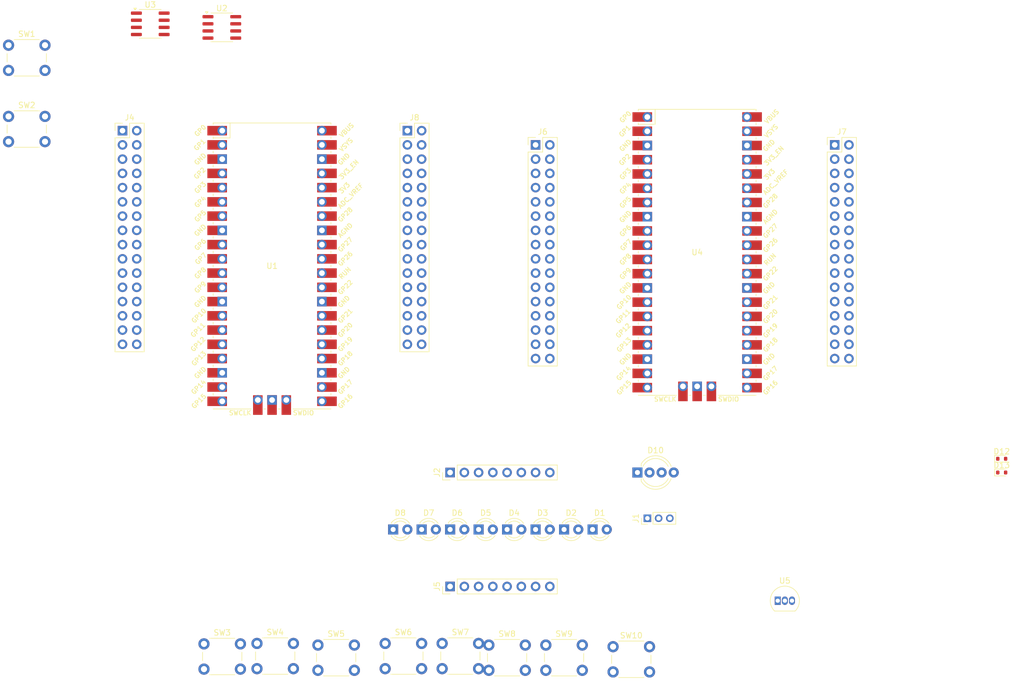
<source format=kicad_pcb>
(kicad_pcb (version 20240108) (generator "pcbnew") (generator_version "8.0")
  (layers (0 "F.Cu" signal) (31 "B.Cu" signal) (34 "B.Paste" user) (35 "F.Paste" user) (36 "B.SilkS" user "B.Silkscreen") (37 "F.SilkS" user "F.Silkscreen") (38 "B.Mask" user) (39 "F.Mask" user) (44 "Edge.Cuts" user))
  (net 0 "")
  (net 1 "/a1")
  (net 2 "/a4")
  (net 3 "/a16")
  (net 4 "/a5")
  (net 5 "/a11")
  (net 6 "/a7")
  (net 7 "/a14")
  (net 8 "/a2")
  (net 9 "/a8")
  (net 10 "/a3")
  (net 11 "/a6")
  (net 12 "/a10")
  (net 13 "/a12")
  (net 14 "/a13")
  (net 15 "/a15")
  (net 16 "/a9")
  (net 17 "/c4")
  (net 18 "/c3")
  (net 19 "/c12")
  (net 20 "/c10")
  (net 21 "/c16")
  (net 22 "/c6")
  (net 23 "/c14")
  (net 24 "/c13")
  (net 25 "/c8")
  (net 26 "/c11")
  (net 27 "/c2")
  (net 28 "/c15")
  (net 29 "/c1")
  (net 30 "/c7")
  (net 31 "/c9")
  (net 32 "/b11")
  (net 33 "/c5")
  (net 34 "/b6")
  (net 38 "GND")
  (net 39 "Net-(U1-RUN)")
  (net 40 "Net-(U4-RUN)")
  (net 41 "/b14")
  (net 42 "/b13")
  (net 43 "/b2")
  (net 44 "/b7")
  (net 45 "/b8")
  (net 46 "/b15")
  (net 47 "/b1")
  (net 48 "+3.3V")
  (net 49 "/b3")
  (net 50 "/b9")
  (net 51 "/b5")
  (net 52 "/b10")
  (net 53 "/b4")
  (net 54 "/b12")
  (net 55 "Net-(U2-SCL)")
  (net 57 "Net-(U2-SDA)")
  (net 58 "/d3")
  (net 59 "/d13")
  (net 60 "/d5")
  (net 61 "/d1")
  (net 62 "/d7")
  (net 63 "/d14")
  (net 64 "/d11")
  (net 65 "/d8")
  (net 67 "/d10")
  (net 68 "/d15")
  (net 69 "/d2")
  (net 70 "/d4")
  (net 71 "/d12")
  (net 72 "/d9")
  (net 73 "/d6")
  (net 75 "Net-(J9-Pin_1)")
  (net 76 "/SDA")
  (net 77 "Net-(U3-OSCI)")
  (net 78 "/SCL")
  (net 79 "Net-(U3-OSCO)")
  (net 81 "Net-(J9-Pin_2)")
  (net 82 "Net-(J3-Pin_2)")
  (net 83 "Net-(D1-K)")
  (net 84 "Net-(D1-A)")
  (net 85 "Net-(D2-K)")
  (net 86 "Net-(D2-A)")
  (net 87 "Net-(D3-A)")
  (net 88 "Net-(D3-K)")
  (net 89 "Net-(D4-A)")
  (net 90 "Net-(D4-K)")
  (net 91 "Net-(D5-K)")
  (net 92 "Net-(D5-A)")
  (net 93 "Net-(D6-A)")
  (net 94 "Net-(D6-K)")
  (net 95 "Net-(D7-A)")
  (net 96 "Net-(D7-K)")
  (net 97 "Net-(D8-K)")
  (net 98 "Net-(D8-A)")
  (net 99 "Net-(D10-K)")
  (net 100 "Net-(J1-Pin_3)")
  (net 101 "Net-(J1-Pin_2)")
  (net 102 "Net-(J1-Pin_1)")
  (net 103 "Net-(J5-Pin_7)")
  (net 104 "Net-(J5-Pin_6)")
  (net 105 "Net-(J5-Pin_1)")
  (net 106 "Net-(J5-Pin_2)")
  (net 107 "Net-(J5-Pin_5)")
  (net 108 "Net-(J5-Pin_4)")
  (net 109 "Net-(J5-Pin_3)")
  (net 110 "Net-(J5-Pin_8)")
  (net 111 "Net-(D12-K)")
  (footprint "Connector_PinHeader_2.54mm:PinHeader_1x08_P2.54mm_Vertical" (layer "F.Cu") (at 93.98 99.06 90)
    (property "Reference" "J2" (at 0 -2.33 -90) (layer "F.SilkS"))
    (property "Value" "Conn_01x08")
    (pad "1" thru_hole rect (at 0 0 90) (size 1.7 1.7) (drill 1) (layers "*.Cu" "*.Mask") (net 97 "Net-(D8-K)"))
    (pad "2" thru_hole oval (at 0 2.54 90) (size 1.7 1.7) (drill 1) (layers "*.Cu" "*.Mask") (net 96 "Net-(D7-K)"))
    (pad "3" thru_hole oval (at 0 5.08 90) (size 1.7 1.7) (drill 1) (layers "*.Cu" "*.Mask") (net 94 "Net-(D6-K)"))
    (pad "4" thru_hole oval (at 0 7.62 90) (size 1.7 1.7) (drill 1) (layers "*.Cu" "*.Mask") (net 91 "Net-(D5-K)"))
    (pad "5" thru_hole oval (at 0 10.16 90) (size 1.7 1.7) (drill 1) (layers "*.Cu" "*.Mask") (net 90 "Net-(D4-K)"))
    (pad "6" thru_hole oval (at 0 12.7 90) (size 1.7 1.7) (drill 1) (layers "*.Cu" "*.Mask") (net 88 "Net-(D3-K)"))
    (pad "7" thru_hole oval (at 0 15.24 90) (size 1.7 1.7) (drill 1) (layers "*.Cu" "*.Mask") (net 85 "Net-(D2-K)"))
    (pad "8" thru_hole oval (at 0 17.78 90) (size 1.7 1.7) (drill 1) (layers "*.Cu" "*.Mask") (net 83 "Net-(D1-K)"))
  )
  (footprint "LED_THT:LED_D3.0mm_FlatTop" (layer "F.Cu") (at 99.06 109.22)
    (property "Reference" "D5" (at 1.27 -2.96 0) (layer "F.SilkS"))
    (property "Value" "red")
    (pad "1" thru_hole rect (at 0 0) (size 1.8 1.8) (drill 0.9) (layers "*.Cu" "*.Mask") (net 91 "Net-(D5-K)"))
    (pad "2" thru_hole circle (at 2.54 0) (size 1.8 1.8) (drill 0.9) (layers "*.Cu" "*.Mask") (net 92 "Net-(D5-A)"))
  )
  (footprint "Connector_PinHeader_2.00mm:PinHeader_1x03_P2.00mm_Vertical" (layer "F.Cu") (at 129.159 107.22 90)
    (property "Reference" "J1" (at 0 -2.06 -90) (layer "F.SilkS"))
    (property "Value" "Conn_01x03")
    (pad "1" thru_hole rect (at 0 0 90) (size 1.35 1.35) (drill 0.8) (layers "*.Cu" "*.Mask") (net 102 "Net-(J1-Pin_1)"))
    (pad "2" thru_hole oval (at 0 2 90) (size 1.35 1.35) (drill 0.8) (layers "*.Cu" "*.Mask") (net 101 "Net-(J1-Pin_2)"))
    (pad "3" thru_hole oval (at 0 4 90) (size 1.35 1.35) (drill 0.8) (layers "*.Cu" "*.Mask") (net 100 "Net-(J1-Pin_3)"))
  )
  (footprint "LED_THT:LED_D3.0mm_FlatTop" (layer "F.Cu") (at 88.9 109.22)
    (property "Reference" "D7" (at 1.27 -2.96 0) (layer "F.SilkS"))
    (property "Value" "red")
    (pad "1" thru_hole rect (at 0 0) (size 1.8 1.8) (drill 0.9) (layers "*.Cu" "*.Mask") (net 96 "Net-(D7-K)"))
    (pad "2" thru_hole circle (at 2.54 0) (size 1.8 1.8) (drill 0.9) (layers "*.Cu" "*.Mask") (net 95 "Net-(D7-A)"))
  )
  (footprint "Connector_PinHeader_2.54mm:PinHeader_2x16_P2.54mm_Vertical" (layer "F.Cu") (at 162.56 40.64)
    (property "Reference" "J7" (at 1.27 -2.33 0) (layer "F.SilkS"))
    (property "Value" "Conn_02x16_Odd_Even")
    (pad "1" thru_hole rect (at 0 0) (size 1.7 1.7) (drill 1) (layers "*.Cu" "*.Mask") (net 47 "/b1"))
    (pad "2" thru_hole oval (at 2.54 0) (size 1.7 1.7) (drill 1) (layers "*.Cu" "*.Mask") (net 47 "/b1"))
    (pad "3" thru_hole oval (at 0 2.54) (size 1.7 1.7) (drill 1) (layers "*.Cu" "*.Mask") (net 43 "/b2"))
    (pad "4" thru_hole oval (at 2.54 2.54) (size 1.7 1.7) (drill 1) (layers "*.Cu" "*.Mask") (net 43 "/b2"))
    (pad "5" thru_hole oval (at 0 5.08) (size 1.7 1.7) (drill 1) (layers "*.Cu" "*.Mask") (net 49 "/b3"))
    (pad "6" thru_hole oval (at 2.54 5.08) (size 1.7 1.7) (drill 1) (layers "*.Cu" "*.Mask") (net 49 "/b3"))
    (pad "7" thru_hole oval (at 0 7.62) (size 1.7 1.7) (drill 1) (layers "*.Cu" "*.Mask") (net 53 "/b4"))
    (pad "8" thru_hole oval (at 2.54 7.62) (size 1.7 1.7) (drill 1) (layers "*.Cu" "*.Mask") (net 53 "/b4"))
    (pad "9" thru_hole oval (at 0 10.16) (size 1.7 1.7) (drill 1) (layers "*.Cu" "*.Mask") (net 51 "/b5"))
    (pad "10" thru_hole oval (at 2.54 10.16) (size 1.7 1.7) (drill 1) (layers "*.Cu" "*.Mask") (net 51 "/b5"))
    (pad "11" thru_hole oval (at 0 12.7) (size 1.7 1.7) (drill 1) (layers "*.Cu" "*.Mask") (net 34 "/b6"))
    (pad "12" thru_hole oval (at 2.54 12.7) (size 1.7 1.7) (drill 1) (layers "*.Cu" "*.Mask") (net 34 "/b6"))
    (pad "13" thru_hole oval (at 0 15.24) (size 1.7 1.7) (drill 1) (layers "*.Cu" "*.Mask") (net 44 "/b7"))
    (pad "14" thru_hole oval (at 2.54 15.24) (size 1.7 1.7) (drill 1) (layers "*.Cu" "*.Mask") (net 44 "/b7"))
    (pad "15" thru_hole oval (at 0 17.78) (size 1.7 1.7) (drill 1) (layers "*.Cu" "*.Mask") (net 45 "/b8"))
    (pad "16" thru_hole oval (at 2.54 17.78) (size 1.7 1.7) (drill 1) (layers "*.Cu" "*.Mask") (net 45 "/b8"))
    (pad "17" thru_hole oval (at 0 20.32) (size 1.7 1.7) (drill 1) (layers "*.Cu" "*.Mask") (net 44 "/b7"))
    (pad "18" thru_hole oval (at 2.54 20.32) (size 1.7 1.7) (drill 1) (layers "*.Cu" "*.Mask") (net 50 "/b9"))
    (pad "19" thru_hole oval (at 0 22.86) (size 1.7 1.7) (drill 1) (layers "*.Cu" "*.Mask") (net 52 "/b10"))
    (pad "20" thru_hole oval (at 2.54 22.86) (size 1.7 1.7) (drill 1) (layers "*.Cu" "*.Mask") (net 52 "/b10"))
    (pad "21" thru_hole oval (at 0 25.4) (size 1.7 1.7) (drill 1) (layers "*.Cu" "*.Mask") (net 32 "/b11"))
    (pad "22" thru_hole oval (at 2.54 25.4) (size 1.7 1.7) (drill 1) (layers "*.Cu" "*.Mask") (net 32 "/b11"))
    (pad "23" thru_hole oval (at 0 27.94) (size 1.7 1.7) (drill 1) (layers "*.Cu" "*.Mask") (net 54 "/b12"))
    (pad "24" thru_hole oval (at 2.54 27.94) (size 1.7 1.7) (drill 1) (layers "*.Cu" "*.Mask") (net 54 "/b12"))
    (pad "25" thru_hole oval (at 0 30.48) (size 1.7 1.7) (drill 1) (layers "*.Cu" "*.Mask") (net 42 "/b13"))
    (pad "26" thru_hole oval (at 2.54 30.48) (size 1.7 1.7) (drill 1) (layers "*.Cu" "*.Mask") (net 42 "/b13"))
    (pad "27" thru_hole oval (at 0 33.02) (size 1.7 1.7) (drill 1) (layers "*.Cu" "*.Mask") (net 41 "/b14"))
    (pad "28" thru_hole oval (at 2.54 33.02) (size 1.7 1.7) (drill 1) (layers "*.Cu" "*.Mask") (net 41 "/b14"))
    (pad "29" thru_hole oval (at 0 35.56) (size 1.7 1.7) (drill 1) (layers "*.Cu" "*.Mask") (net 46 "/b15"))
    (pad "30" thru_hole oval (at 2.54 35.56) (size 1.7 1.7) (drill 1) (layers "*.Cu" "*.Mask") (net 46 "/b15"))
    (pad "31" thru_hole oval (at 0 38.1) (size 1.7 1.7) (drill 1) (layers "*.Cu" "*.Mask") (net 38 "GND"))
    (pad "32" thru_hole oval (at 2.54 38.1) (size 1.7 1.7) (drill 1) (layers "*.Cu" "*.Mask") (net 38 "GND"))
  )
  (footprint "Package_TO_SOT_THT:TO-92_Inline" (layer "F.Cu") (at 152.4 121.92)
    (property "Reference" "U5" (at 1.27 -3.56 0) (layer "F.SilkS"))
    (property "Value" "DS18B20")
    (pad "1" thru_hole rect (at 0 0) (size 1.05 1.5) (drill 0.75) (layers "*.Cu" "*.Mask") (net 38 "GND"))
    (pad "2" thru_hole oval (at 1.27 0) (size 1.05 1.5) (drill 0.75) (layers "*.Cu" "*.Mask") (net 82 "Net-(J3-Pin_2)"))
    (pad "3" thru_hole oval (at 2.54 0) (size 1.05 1.5) (drill 0.75) (layers "*.Cu" "*.Mask") (net 48 "+3.3V"))
  )
  (footprint "Button_Switch_THT:SW_PUSH_6mm" (layer "F.Cu") (at 50.09 129.62)
    (property "Reference" "SW3" (at 3.25 -2 0) (layer "F.SilkS"))
    (property "Value" "~")
    (pad "1" thru_hole circle (at 0 0 90) (size 2 2) (drill 1.1) (layers "*.Cu" "*.Mask") (net 38 "GND"))
    (pad "1" thru_hole circle (at 6.5 0 90) (size 2 2) (drill 1.1) (layers "*.Cu" "*.Mask") (net 38 "GND"))
    (pad "2" thru_hole circle (at 0 4.5 90) (size 2 2) (drill 1.1) (layers "*.Cu" "*.Mask") (net 105 "Net-(J5-Pin_1)"))
    (pad "2" thru_hole circle (at 6.5 4.5 90) (size 2 2) (drill 1.1) (layers "*.Cu" "*.Mask") (net 105 "Net-(J5-Pin_1)"))
  )
  (footprint "Button_Switch_THT:SW_PUSH_6mm" (layer "F.Cu") (at 59.54 129.54)
    (property "Reference" "SW4" (at 3.25 -2 0) (layer "F.SilkS"))
    (property "Value" "~")
    (pad "1" thru_hole circle (at 0 0 90) (size 2 2) (drill 1.1) (layers "*.Cu" "*.Mask") (net 38 "GND"))
    (pad "1" thru_hole circle (at 6.5 0 90) (size 2 2) (drill 1.1) (layers "*.Cu" "*.Mask") (net 38 "GND"))
    (pad "2" thru_hole circle (at 0 4.5 90) (size 2 2) (drill 1.1) (layers "*.Cu" "*.Mask") (net 106 "Net-(J5-Pin_2)"))
    (pad "2" thru_hole circle (at 6.5 4.5 90) (size 2 2) (drill 1.1) (layers "*.Cu" "*.Mask") (net 106 "Net-(J5-Pin_2)"))
  )
  (footprint "Package_SO:SOIC-8_3.9x4.9mm_P1.27mm" (layer "F.Cu") (at 53.275 19.685)
    (property "Reference" "U2" (at 0 -3.4 0) (layer "F.SilkS"))
    (property "Value" "AT24CS04-SSHM")
    (pad "1" smd roundrect (at -2.475 -1.905) (size 1.95 0.6) (layers "F.Cu" "F.Paste" "F.Mask"))
    (pad "2" smd roundrect (at -2.475 -0.635) (size 1.95 0.6) (layers "F.Cu" "F.Paste" "F.Mask") (net 48 "+3.3V"))
    (pad "3" smd roundrect (at -2.475 0.635) (size 1.95 0.6) (layers "F.Cu" "F.Paste" "F.Mask") (net 38 "GND"))
    (pad "4" smd roundrect (at -2.475 1.905) (size 1.95 0.6) (layers "F.Cu" "F.Paste" "F.Mask") (net 38 "GND"))
    (pad "5" smd roundrect (at 2.475 1.905) (size 1.95 0.6) (layers "F.Cu" "F.Paste" "F.Mask") (net 57 "Net-(U2-SDA)"))
    (pad "6" smd roundrect (at 2.475 0.635) (size 1.95 0.6) (layers "F.Cu" "F.Paste" "F.Mask") (net 55 "Net-(U2-SCL)"))
    (pad "7" smd roundrect (at 2.475 -0.635) (size 1.95 0.6) (layers "F.Cu" "F.Paste" "F.Mask") (net 38 "GND"))
    (pad "8" smd roundrect (at 2.475 -1.905) (size 1.95 0.6) (layers "F.Cu" "F.Paste" "F.Mask") (net 48 "+3.3V"))
  )
  (footprint "Connector_PinHeader_2.54mm:PinHeader_2x16_P2.54mm_Vertical" (layer "F.Cu") (at 86.36 38.1)
    (property "Reference" "J8" (at 1.27 -2.33 0) (layer "F.SilkS"))
    (property "Value" "Conn_02x16_Odd_Even")
    (pad "1" thru_hole rect (at 0 0) (size 1.7 1.7) (drill 1) (layers "*.Cu" "*.Mask") (net 61 "/d1"))
    (pad "2" thru_hole oval (at 2.54 0) (size 1.7 1.7) (drill 1) (layers "*.Cu" "*.Mask") (net 61 "/d1"))
    (pad "3" thru_hole oval (at 0 2.54) (size 1.7 1.7) (drill 1) (layers "*.Cu" "*.Mask") (net 69 "/d2"))
    (pad "4" thru_hole oval (at 2.54 2.54) (size 1.7 1.7) (drill 1) (layers "*.Cu" "*.Mask") (net 69 "/d2"))
    (pad "5" thru_hole oval (at 0 5.08) (size 1.7 1.7) (drill 1) (layers "*.Cu" "*.Mask") (net 58 "/d3"))
    (pad "6" thru_hole oval (at 2.54 5.08) (size 1.7 1.7) (drill 1) (layers "*.Cu" "*.Mask") (net 58 "/d3"))
    (pad "7" thru_hole oval (at 0 7.62) (size 1.7 1.7) (drill 1) (layers "*.Cu" "*.Mask") (net 70 "/d4"))
    (pad "8" thru_hole oval (at 2.54 7.62) (size 1.7 1.7) (drill 1) (layers "*.Cu" "*.Mask") (net 70 "/d4"))
    (pad "9" thru_hole oval (at 0 10.16) (size 1.7 1.7) (drill 1) (layers "*.Cu" "*.Mask") (net 60 "/d5"))
    (pad "10" thru_hole oval (at 2.54 10.16) (size 1.7 1.7) (drill 1) (layers "*.Cu" "*.Mask") (net 60 "/d5"))
    (pad "11" thru_hole oval (at 0 12.7) (size 1.7 1.7) (drill 1) (layers "*.Cu" "*.Mask") (net 73 "/d6"))
    (pad "12" thru_hole oval (at 2.54 12.7) (size 1.7 1.7) (drill 1) (layers "*.Cu" "*.Mask") (net 73 "/d6"))
    (pad "13" thru_hole oval (at 0 15.24) (size 1.7 1.7) (drill 1) (layers "*.Cu" "*.Mask") (net 62 "/d7"))
    (pad "14" thru_hole oval (at 2.54 15.24) (size 1.7 1.7) (drill 1) (layers "*.Cu" "*.Mask") (net 62 "/d7"))
    (pad "15" thru_hole oval (at 0 17.78) (size 1.7 1.7) (drill 1) (layers "*.Cu" "*.Mask") (net 65 "/d8"))
    (pad "16" thru_hole oval (at 2.54 17.78) (size 1.7 1.7) (drill 1) (layers "*.Cu" "*.Mask") (net 65 "/d8"))
    (pad "17" thru_hole oval (at 0 20.32) (size 1.7 1.7) (drill 1) (layers "*.Cu" "*.Mask") (net 72 "/d9"))
    (pad "18" thru_hole oval (at 2.54 20.32) (size 1.7 1.7) (drill 1) (layers "*.Cu" "*.Mask") (net 72 "/d9"))
    (pad "19" thru_hole oval (at 0 22.86) (size 1.7 1.7) (drill 1) (layers "*.Cu" "*.Mask") (net 67 "/d10"))
    (pad "20" thru_hole oval (at 2.54 22.86) (size 1.7 1.7) (drill 1) (layers "*.Cu" "*.Mask") (net 67 "/d10"))
    (pad "21" thru_hole oval (at 0 25.4) (size 1.7 1.7) (drill 1) (layers "*.Cu" "*.Mask") (net 64 "/d11"))
    (pad "22" thru_hole oval (at 2.54 25.4) (size 1.7 1.7) (drill 1) (layers "*.Cu" "*.Mask") (net 64 "/d11"))
    (pad "23" thru_hole oval (at 0 27.94) (size 1.7 1.7) (drill 1) (layers "*.Cu" "*.Mask") (net 71 "/d12"))
    (pad "24" thru_hole oval (at 2.54 27.94) (size 1.7 1.7) (drill 1) (layers "*.Cu" "*.Mask") (net 71 "/d12"))
    (pad "25" thru_hole oval (at 0 30.48) (size 1.7 1.7) (drill 1) (layers "*.Cu" "*.Mask") (net 59 "/d13"))
    (pad "26" thru_hole oval (at 2.54 30.48) (size 1.7 1.7) (drill 1) (layers "*.Cu" "*.Mask") (net 59 "/d13"))
    (pad "27" thru_hole oval (at 0 33.02) (size 1.7 1.7) (drill 1) (layers "*.Cu" "*.Mask") (net 63 "/d14"))
    (pad "28" thru_hole oval (at 2.54 33.02) (size 1.7 1.7) (drill 1) (layers "*.Cu" "*.Mask") (net 63 "/d14"))
    (pad "29" thru_hole oval (at 0 35.56) (size 1.7 1.7) (drill 1) (layers "*.Cu" "*.Mask") (net 68 "/d15"))
    (pad "30" thru_hole oval (at 2.54 35.56) (size 1.7 1.7) (drill 1) (layers "*.Cu" "*.Mask") (net 68 "/d15"))
    (pad "31" thru_hole oval (at 0 38.1) (size 1.7 1.7) (drill 1) (layers "*.Cu" "*.Mask") (net 38 "GND"))
    (pad "32" thru_hole oval (at 2.54 38.1) (size 1.7 1.7) (drill 1) (layers "*.Cu" "*.Mask") (net 38 "GND"))
  )
  (footprint "LED_THT:LED_D3.0mm_FlatTop" (layer "F.Cu") (at 104.14 109.22)
    (property "Reference" "D4" (at 1.27 -2.96 0) (layer "F.SilkS"))
    (property "Value" "green")
    (pad "1" thru_hole rect (at 0 0) (size 1.8 1.8) (drill 0.9) (layers "*.Cu" "*.Mask") (net 90 "Net-(D4-K)"))
    (pad "2" thru_hole circle (at 2.54 0) (size 1.8 1.8) (drill 0.9) (layers "*.Cu" "*.Mask") (net 89 "Net-(D4-A)"))
  )
  (footprint "LED_THT:LED_D5.0mm-4_RGB_Wide_Pins" (layer "F.Cu") (at 127.381 99.06)
    (property "Reference" "D10" (at 3.2385 -3.96 0) (layer "F.SilkS"))
    (property "Value" "LED")
    (pad "1" thru_hole rect (at 0 0) (size 1.8 1.8) (drill 0.9) (layers "*.Cu" "*.Mask") (net 99 "Net-(D10-K)"))
    (pad "2" thru_hole circle (at 2.159 0) (size 1.8 1.8) (drill 0.9) (layers "*.Cu" "*.Mask") (net 48 "+3.3V"))
    (pad "3" thru_hole circle (at 4.318 0) (size 1.8 1.8) (drill 0.9) (layers "*.Cu" "*.Mask"))
    (pad "4" thru_hole circle (at 6.477 0) (size 1.8 1.8) (drill 0.9) (layers "*.Cu" "*.Mask"))
  )
  (footprint "Diode_SMD:D_SOD-523" (layer "F.Cu") (at 192.34 99.06)
    (property "Reference" "D13" (at 0 -1.3 0) (layer "F.SilkS"))
    (property "Value" "1N4148WT")
    (pad "1" smd roundrect (at -0.7 0 180) (size 0.6 0.7) (layers "F.Cu" "F.Paste" "F.Mask") (net 111 "Net-(D12-K)"))
    (pad "2" smd roundrect (at 0.7 0 180) (size 0.6 0.7) (layers "F.Cu" "F.Paste" "F.Mask"))
  )
  (footprint "RPi_Pico:RPi_Pico_SMD_TH" (layer "F.Cu") (at 138.035 59.795)
    (property "Reference" "U4" (at 0 0 0) (layer "F.SilkS"))
    (property "Value" "Pico")
    (fp_text user "GP17" (at 13.054 21.59 45) (layer "F.SilkS") (effects (font (size 0.8 0.8))))
    (fp_text user "SWDIO" (at 5.6 26.2 0) (layer "F.SilkS") (effects (font (size 0.8 0.8))))
    (fp_text user "GP8" (at -12.8 1.27 45) (layer "F.SilkS") (effects (font (size 0.8 0.8))))
    (fp_text user "GP13" (at -13.054 16.51 45) (layer "F.SilkS") (effects (font (size 0.8 0.8))))
    (fp_text user "GND" (at -12.8 -6.35 45) (layer "F.SilkS") (effects (font (size 0.8 0.8))))
    (fp_text user "GP22" (at 13.054 3.81 45) (layer "F.SilkS") (effects (font (size 0.8 0.8))))
    (fp_text user "GP7" (at -12.7 -1.3 45) (layer "F.SilkS") (effects (font (size 0.8 0.8))))
    (fp_text user "GP20" (at 13.054 11.43 45) (layer "F.SilkS") (effects (font (size 0.8 0.8))))
    (fp_text user "GP0" (at -12.8 -24.13 45) (layer "F.SilkS") (effects (font (size 0.8 0.8))))
    (fp_text user "GP21" (at 13.054 8.9 45) (layer "F.SilkS") (effects (font (size 0.8 0.8))))
    (fp_text user "ADC_VREF" (at 14 -12.5 45) (layer "F.SilkS") (effects (font (size 0.8 0.8))))
    (fp_text user "GP12" (at -13.2 13.97 45) (layer "F.SilkS") (effects (font (size 0.8 0.8))))
    (fp_text user "AGND" (at 13.054 -6.35 45) (layer "F.SilkS") (effects (font (size 0.8 0.8))))
    (fp_text user "GP18" (at 13.054 16.51 45) (layer "F.SilkS") (effects (font (size 0.8 0.8))))
    (fp_text user "GP19" (at 13.054 13.97 45) (layer "F.SilkS") (effects (font (size 0.8 0.8))))
    (fp_text user "3V3" (at 12.9 -13.9 45) (layer "F.SilkS") (effects (font (size 0.8 0.8))))
    (fp_text user "GND" (at -12.8 19.05 45) (layer "F.SilkS") (effects (font (size 0.8 0.8))))
    (fp_text user "GP11" (at -13.2 11.43 45) (layer "F.SilkS") (effects (font (size 0.8 0.8))))
    (fp_text user "SWCLK" (at -5.7 26.2 0) (layer "F.SilkS") (effects (font (size 0.8 0.8))))
    (fp_text user "GP6" (at -12.8 -3.81 45) (layer "F.SilkS") (effects (font (size 0.8 0.8))))
    (fp_text user "GP16" (at 13.054 24.13 45) (layer "F.SilkS") (effects (font (size 0.8 0.8))))
    (fp_text user "VBUS" (at 13.3 -24.2 45) (layer "F.SilkS") (effects (font (size 0.8 0.8))))
    (fp_text user "GP28" (at 13.054 -9.144 45) (layer "F.SilkS") (effects (font (size 0.8 0.8))))
    (fp_text user "3V3_EN" (at 13.7 -17.2 45) (layer "F.SilkS") (effects (font (size 0.8 0.8))))
    (fp_text user "GP15" (at -13.054 24.13 45) (layer "F.SilkS") (effects (font (size 0.8 0.8))))
    (fp_text user "GND" (at 12.8 6.35 45) (layer "F.SilkS") (effects (font (size 0.8 0.8))))
    (fp_text user "RUN" (at 13 1.27 45) (layer "F.SilkS") (effects (font (size 0.8 0.8))))
    (fp_text user "GND" (at 12.8 -19.05 45) (layer "F.SilkS") (effects (font (size 0.8 0.8))))
    (fp_text user "GND" (at -12.8 -19.05 45) (layer "F.SilkS") (effects (font (size 0.8 0.8))))
    (fp_text user "GP26" (at 13.054 -1.27 45) (layer "F.SilkS") (effects (font (size 0.8 0.8))))
    (fp_text user "GP1" (at -12.9 -21.6 45) (layer "F.SilkS") (effects (font (size 0.8 0.8))))
    (fp_text user "GP14" (at -13.1 21.59 45) (layer "F.SilkS") (effects (font (size 0.8 0.8))))
    (fp_text user "GND" (at -12.8 6.35 45) (layer "F.SilkS") (effects (font (size 0.8 0.8))))
    (fp_text user "GP4" (at -12.8 -11.43 45) (layer "F.SilkS") (effects (font (size 0.8 0.8))))
    (fp_text user "GP10" (at -13.054 8.89 45) (layer "F.SilkS") (effects (font (size 0.8 0.8))))
    (fp_text user "VSYS" (at 13.2 -21.59 45) (layer "F.SilkS") (effects (font (size 0.8 0.8))))
    (fp_text user "GP27" (at 13.054 -3.8 45) (layer "F.SilkS") (effects (font (size 0.8 0.8))))
    (fp_text user "GP2" (at -12.9 -16.51 45) (layer "F.SilkS") (effects (font (size 0.8 0.8))))
    (fp_text user "GP5" (at -12.8 -8.89 45) (layer "F.SilkS") (effects (font (size 0.8 0.8))))
    (fp_text user "GP3" (at -12.8 -13.97 45) (layer "F.SilkS") (effects (font (size 0.8 0.8))))
    (fp_text user "GP9" (at -12.8 3.81 45) (layer "F.SilkS") (effects (font (size 0.8 0.8))))
    (fp_text user "GND" (at 12.8 19.05 45) (layer "F.SilkS") (effects (font (size 0.8 0.8))))
    (pad "" np_thru_hole oval (at -2.725 -24) (size 1.8 1.8) (drill 1.8) (layers "*.Cu" "*.Mask"))
    (pad "" np_thru_hole oval (at -2.425 -20.97) (size 1.5 1.5) (drill 1.5) (layers "*.Cu" "*.Mask"))
    (pad "" np_thru_hole oval (at 2.425 -20.97) (size 1.5 1.5) (drill 1.5) (layers "*.Cu" "*.Mask"))
    (pad "" np_thru_hole oval (at 2.725 -24) (size 1.8 1.8) (drill 1.8) (layers "*.Cu" "*.Mask"))
    (pad "1" thru_hole oval (at -8.89 -24.13) (size 1.7 1.7) (drill 1.02) (layers "*.Cu" "*.Mask") (net 1 "/a1"))
    (pad "1" smd rect (at -8.89 -24.13) (size 3.5 1.7) (drill (offset -0.9 0)) (layers "F.Cu" "F.Mask") (net 1 "/a1"))
    (pad "2" thru_hole oval (at -8.89 -21.59) (size 1.7 1.7) (drill 1.02) (layers "*.Cu" "*.Mask") (net 8 "/a2"))
    (pad "2" smd rect (at -8.89 -21.59) (size 3.5 1.7) (drill (offset -0.9 0)) (layers "F.Cu" "F.Mask") (net 8 "/a2"))
    (pad "3" thru_hole rect (at -8.89 -19.05) (size 1.7 1.7) (drill 1.02) (layers "*.Cu" "*.Mask") (net 38 "GND"))
    (pad "3" smd rect (at -8.89 -19.05) (size 3.5 1.7) (drill (offset -0.9 0)) (layers "F.Cu" "F.Mask") (net 38 "GND"))
    (pad "4" thru_hole oval (at -8.89 -16.51) (size 1.7 1.7) (drill 1.02) (layers "*.Cu" "*.Mask") (net 10 "/a3"))
    (pad "4" smd rect (at -8.89 -16.51) (size 3.5 1.7) (drill (offset -0.9 0)) (layers "F.Cu" "F.Mask") (net 10 "/a3"))
    (pad "5" thru_hole oval (at -8.89 -13.97) (size 1.7 1.7) (drill 1.02) (layers "*.Cu" "*.Mask") (net 2 "/a4"))
    (pad "5" smd rect (at -8.89 -13.97) (size 3.5 1.7) (drill (offset -0.9 0)) (layers "F.Cu" "F.Mask") (net 2 "/a4"))
    (pad "6" thru_hole oval (at -8.89 -11.43) (size 1.7 1.7) (drill 1.02) (layers "*.Cu" "*.Mask") (net 4 "/a5"))
    (pad "6" smd rect (at -8.89 -11.43) (size 3.5 1.7) (drill (offset -0.9 0)) (layers "F.Cu" "F.Mask") (net 4 "/a5"))
    (pad "7" thru_hole oval (at -8.89 -8.89) (size 1.7 1.7) (drill 1.02) (layers "*.Cu" "*.Mask") (net 11 "/a6"))
    (pad "7" smd rect (at -8.89 -8.89) (size 3.5 1.7) (drill (offset -0.9 0)) (layers "F.Cu" "F.Mask") (net 11 "/a6"))
    (pad "8" thru_hole rect (at -8.89 -6.35) (size 1.7 1.7) (drill 1.02) (layers "*.Cu" "*.Mask") (net 38 "GND"))
    (pad "8" smd rect (at -8.89 -6.35) (size 3.5 1.7) (drill (offset -0.9 0)) (layers "F.Cu" "F.Mask") (net 38 "GND"))
    (pad "9" thru_hole oval (at -8.89 -3.81) (size 1.7 1.7) (drill 1.02) (layers "*.Cu" "*.Mask") (net 6 "/a7"))
    (pad "9" smd rect (at -8.89 -3.81) (size 3.5 1.7) (drill (offset -0.9 0)) (layers "F.Cu" "F.Mask") (net 6 "/a7"))
    (pad "10" thru_hole oval (at -8.89 -1.27) (size 1.7 1.7) (drill 1.02) (layers "*.Cu" "*.Mask") (net 9 "/a8"))
    (pad "10" smd rect (at -8.89 -1.27) (size 3.5 1.7) (drill (offset -0.9 0)) (layers "F.Cu" "F.Mask") (net 9 "/a8"))
    (pad "11" thru_hole oval (at -8.89 1.27) (size 1.7 1.7) (drill 1.02) (layers "*.Cu" "*.Mask") (net 16 "/a9"))
    (pad "11" smd rect (at -8.89 1.27) (size 3.5 1.7) (drill (offset -0.9 0)) (layers "F.Cu" "F.Mask") (net 16 "/a9"))
    (pad "12" thru_hole oval (at -8.89 3.81) (size 1.7 1.7) (drill 1.02) (layers "*.Cu" "*.Mask") (net 12 "/a10"))
    (pad "12" smd rect (at -8.89 3.81) (size 3.5 1.7) (drill (offset -0.9 0)) (layers "F.Cu" "F.Mask") (net 12 "/a10"))
    (pad "13" thru_hole rect (at -8.89 6.35) (size 1.7 1.7) (drill 1.02) (layers "*.Cu" "*.Mask") (net 38 "GND"))
    (pad "13" smd rect (at -8.89 6.35) (size 3.5 1.7) (drill (offset -0.9 0)) (layers "F.Cu" "F.Mask") (net 38 "GND"))
    (pad "14" thru_hole oval (at -8.89 8.89) (size 1.7 1.7) (drill 1.02) (layers "*.Cu" "*.Mask") (net 5 "/a11"))
    (pad "14" smd rect (at -8.89 8.89) (size 3.5 1.7) (drill (offset -0.9 0)) (layers "F.Cu" "F.Mask") (net 5 "/a11"))
    (pad "15" thru_hole oval (at -8.89 11.43) (size 1.7 1.7) (drill 1.02) (layers "*.Cu" "*.Mask") (net 13 "/a12"))
    (pad "15" smd rect (at -8.89 11.43) (size 3.5 1.7) (drill (offset -0.9 0)) (layers "F.Cu" "F.Mask") (net 13 "/a12"))
    (pad "16" thru_hole oval (at -8.89 13.97) (size 1.7 1.7) (drill 1.02) (layers "*.Cu" "*.Mask") (net 14 "/a13"))
    (pad "16" smd rect (at -8.89 13.97) (size 3.5 1.7) (drill (offset -0.9 0)) (layers "F.Cu" "F.Mask") (net 14 "/a13"))
    (pad "17" thru_hole oval (at -8.89 16.51) (size 1.7 1.7) (drill 1.02) (layers "*.Cu" "*.Mask") (net 7 "/a14"))
    (pad "17" smd rect (at -8.89 16.51) (size 3.5 1.7) (drill (offset -0.9 0)) (layers "F.Cu" "F.Mask") (net 7 "/a14"))
    (pad "18" thru_hole rect (at -8.89 19.05) (size 1.7 1.7) (drill 1.02) (layers "*.Cu" "*.Mask") (net 38 "GND"))
    (pad "18" smd rect (at -8.89 19.05) (size 3.5 1.7) (drill (offset -0.9 0)) (layers "F.Cu" "F.Mask") (net 38 "GND"))
    (pad "19" thru_hole oval (at -8.89 21.59) (size 1.7 1.7) (drill 1.02) (layers "*.Cu" "*.Mask") (net 15 "/a15"))
    (pad "19" smd rect (at -8.89 21.59) (size 3.5 1.7) (drill (offset -0.9 0)) (layers "F.Cu" "F.Mask") (net 15 "/a15"))
    (pad "20" thru_hole oval (at -8.89 24.13) (size 1.7 1.7) (drill 1.02) (layers "*.Cu" "*.Mask") (net 3 "/a16"))
    (pad "20" smd rect (at -8.89 24.13) (size 3.5 1.7) (drill (offset -0.9 0)) (layers "F.Cu" "F.Mask") (net 3 "/a16"))
    (pad "21" thru_hole oval (at 8.89 24.13) (size 1.7 1.7) (drill 1.02) (layers "*.Cu" "*.Mask") (net 46 "/b15"))
    (pad "21" smd rect (at 8.89 24.13) (size 3.5 1.7) (drill (offset 0.9 0)) (layers "F.Cu" "F.Mask") (net 46 "/b15"))
    (pad "22" thru_hole oval (at 8.89 21.59) (size 1.7 1.7) (drill 1.02) (layers "*.Cu" "*.Mask") (net 41 "/b14"))
    (pad "22" smd rect (at 8.89 21.59) (size 3.5 1.7) (drill (offset 0.9 0)) (layers "F.Cu" "F.Mask") (net 41 "/b14"))
    (pad "23" thru_hole rect (at 8.89 19.05) (size 1.7 1.7) (drill 1.02) (layers "*.Cu" "*.Mask") (net 38 "GND"))
    (pad "23" smd rect (at 8.89 19.05) (size 3.5 1.7) (drill (offset 0.9 0)) (layers "F.Cu" "F.Mask") (net 38 "GND"))
    (pad "24" thru_hole oval (at 8.89 16.51) (size 1.7 1.7) (drill 1.02) (layers "*.Cu" "*.Mask") (net 42 "/b13"))
    (pad "24" smd rect (at 8.89 16.51) (size 3.5 1.7) (drill (offset 0.9 0)) (layers "F.Cu" "F.Mask") (net 42 "/b13"))
    (pad "25" thru_hole oval (at 8.89 13.97) (size 1.7 1.7) (drill 1.02) (layers "*.Cu" "*.Mask") (net 54 "/b12"))
    (pad "25" smd rect (at 8.89 13.97) (size 3.5 1.7) (drill (offset 0.9 0)) (layers "F.Cu" "F.Mask") (net 54 "/b12"))
    (pad "26" thru_hole oval (at 8.89 11.43) (size 1.7 1.7) (drill 1.02) (layers "*.Cu" "*.Mask") (net 32 "/b11"))
    (pad "26" smd rect (at 8.89 11.43) (size 3.5 1.7) (drill (offset 0.9 0)) (layers "F.Cu" "F.Mask") (net 32 "/b11"))
    (pad "27" thru_hole oval (at 8.89 8.89) (size 1.7 1.7) (drill 1.02) (layers "*.Cu" "*.Mask") (net 52 "/b10"))
    (pad "27" smd rect (at 8.89 8.89) (size 3.5 1.7) (drill (offset 0.9 0)) (layers "F.Cu" "F.Mask") (net 52 "/b10"))
    (pad "28" thru_hole rect (at 8.89 6.35) (size 1.7 1.7) (drill 1.02) (layers "*.Cu" "*.Mask") (net 38 "GND"))
    (pad "28" smd rect (at 8.89 6.35) (size 3.5 1.7) (drill (offset 0.9 0)) (layers "F.Cu" "F.Mask") (net 38 "GND"))
    (pad "29" thru_hole oval (at 8.89 3.81) (size 1.7 1.7) (drill 1.02) (layers "*.Cu" "*.Mask") (net 50 "/b9"))
    (pad "29" smd rect (at 8.89 3.81) (size 3.5 1.7) (drill (offset 0.9 0)) (layers "F.Cu" "F.Mask") (net 50 "/b9"))
    (pad "30" thru_hole oval (at 8.89 1.27) (size 1.7 1.7) (drill 1.02) (layers "*.Cu" "*.Mask") (net 40 "Net-(U4-RUN)"))
    (pad "30" smd rect (at 8.89 1.27) (size 3.5 1.7) (drill (offset 0.9 0)) (layers "F.Cu" "F.Mask") (net 40 "Net-(U4-RUN)"))
    (pad "31" thru_hole oval (at 8.89 -1.27) (size 1.7 1.7) (drill 1.02) (layers "*.Cu" "*.Mask") (net 45 "/b8"))
    (pad "31" smd rect (at 8.89 -1.27) (size 3.5 1.7) (drill (offset 0.9 0)) (layers "F.Cu" "F.Mask") (net 45 "/b8"))
    (pad "32" thru_hole oval (at 8.89 -3.81) (size 1.7 1.7) (drill 1.02) (layers "*.Cu" "*.Mask") (net 44 "/b7"))
    (pad "32" smd rect (at 8.89 -3.81) (size 3.5 1.7) (drill (offset 0.9 0)) (layers "F.Cu" "F.Mask") (net 44 "/b7"))
    (pad "33" thru_hole rect (at 8.89 -6.35) (size 1.7 1.7) (drill 1.02) (layers "*.Cu" "*.Mask") (net 34 "/b6"))
    (pad "33" smd rect (at 8.89 -6.35) (size 3.5 1.7) (drill (offset 0.9 0)) (layers "F.Cu" "F.Mask") (net 34 "/b6"))
    (pad "34" thru_hole oval (at 8.89 -8.89) (size 1.7 1.7) (drill 1.02) (layers "*.Cu" "*.Mask") (net 51 "/b5"))
    (pad "34" smd rect (at 8.89 -8.89) (size 3.5 1.7) (drill (offset 0.9 0)) (layers "F.Cu" "F.Mask") (net 51 "/b5"))
    (pad "35" thru_hole oval (at 8.89 -11.43) (size 1.7 1.7) (drill 1.02) (layers "*.Cu" "*.Mask") (net 53 "/b4"))
    (pad "35" smd rect (at 8.89 -11.43) (size 3.5 1.7) (drill (offset 0.9 0)) (layers "F.Cu" "F.Mask") (net 53 "/b4"))
    (pad "36" thru_hole oval (at 8.89 -13.97) (size 1.7 1.7) (drill 1.02) (layers "*.Cu" "*.Mask") (net 48 "+3.3V"))
    (pad "36" smd rect (at 8.89 -13.97) (size 3.5 1.7) (drill (offset 0.9 0)) (layers "F.Cu" "F.Mask") (net 48 "+3.3V"))
    (pad "37" thru_hole oval (at 8.89 -16.51) (size 1.7 1.7) (drill 1.02) (layers "*.Cu" "*.Mask") (net 49 "/b3"))
    (pad "37" smd rect (at 8.89 -16.51) (size 3.5 1.7) (drill (offset 0.9 0)) (layers "F.Cu" "F.Mask") (net 49 "/b3"))
    (pad "38" thru_hole rect (at 8.89 -19.05) (size 1.7 1.7) (drill 1.02) (layers "*.Cu" "*.Mask") (net 38 "GND"))
    (pad "38" smd rect (at 8.89 -19.05) (size 3.5 1.7) (drill (offset 0.9 0)) (layers "F.Cu" "F.Mask") (net 38 "GND"))
    (pad "39" thru_hole oval (at 8.89 -21.59) (size 1.7 1.7) (drill 1.02) (layers "*.Cu" "*.Mask") (net 43 "/b2"))
    (pad "39" smd rect (at 8.89 -21.59) (size 3.5 1.7) (drill (offset 0.9 0)) (layers "F.Cu" "F.Mask") (net 43 "/b2"))
    (pad "40" thru_hole oval (at 8.89 -24.13) (size 1.7 1.7) (drill 1.02) (layers "*.Cu" "*.Mask") (net 47 "/b1"))
    (pad "40" smd rect (at 8.89 -24.13) (size 3.5 1.7) (drill (offset 0.9 0)) (layers "F.Cu" "F.Mask") (net 47 "/b1"))
    (pad "41" thru_hole oval (at -2.54 23.9) (size 1.7 1.7) (drill 1.02) (layers "*.Cu" "*.Mask"))
    (pad "41" smd rect (at -2.54 23.9 90) (size 3.5 1.7) (drill (offset -0.9 0)) (layers "F.Cu" "F.Mask"))
    (pad "42" thru_hole rect (at 0 23.9) (size 1.7 1.7) (drill 1.02) (layers "*.Cu" "*.Mask"))
    (pad "42" smd rect (at 0 23.9 90) (size 3.5 1.7) (drill (offset -0.9 0)) (layers "F.Cu" "F.Mask"))
    (pad "43" thru_hole oval (at 2.54 23.9) (size 1.7 1.7) (drill 1.02) (layers "*.Cu" "*.Mask"))
    (pad "43" smd rect (at 2.54 23.9 90) (size 3.5 1.7) (drill (offset -0.9 0)) (layers "F.Cu" "F.Mask"))
  )
  (footprint "Button_Switch_THT:SW_PUSH_6mm" (layer "F.Cu") (at 111.05 129.83)
    (property "Reference" "SW9" (at 3.25 -2 0) (layer "F.SilkS"))
    (property "Value" "~")
    (pad "1" thru_hole circle (at 0 0 90) (size 2 2) (drill 1.1) (layers "*.Cu" "*.Mask") (net 38 "GND"))
    (pad "1" thru_hole circle (at 6.5 0 90) (size 2 2) (drill 1.1) (layers "*.Cu" "*.Mask") (net 38 "GND"))
    (pad "2" thru_hole circle (at 0 4.5 90) (size 2 2) (drill 1.1) (layers "*.Cu" "*.Mask") (net 103 "Net-(J5-Pin_7)"))
    (pad "2" thru_hole circle (at 6.5 4.5 90) (size 2 2) (drill 1.1) (layers "*.Cu" "*.Mask") (net 103 "Net-(J5-Pin_7)"))
  )
  (footprint "Button_Switch_THT:SW_PUSH_6mm" (layer "F.Cu") (at 15.24 22.86)
    (property "Reference" "SW1" (at 3.25 -2 0) (layer "F.SilkS"))
    (property "Value" "SW_Push")
    (pad "1" thru_hole circle (at 0 0 90) (size 2 2) (drill 1.1) (layers "*.Cu" "*.Mask") (net 39 "Net-(U1-RUN)"))
    (pad "1" thru_hole circle (at 6.5 0 90) (size 2 2) (drill 1.1) (layers "*.Cu" "*.Mask") (net 39 "Net-(U1-RUN)"))
    (pad "2" thru_hole circle (at 0 4.5 90) (size 2 2) (drill 1.1) (layers "*.Cu" "*.Mask") (net 38 "GND"))
    (pad "2" thru_hole circle (at 6.5 4.5 90) (size 2 2) (drill 1.1) (layers "*.Cu" "*.Mask") (net 38 "GND"))
  )
  (footprint "LED_THT:LED_D3.0mm_FlatTop" (layer "F.Cu") (at 114.3 109.22)
    (property "Reference" "D2" (at 1.27 -2.96 0) (layer "F.SilkS"))
    (property "Value" "green")
    (pad "1" thru_hole rect (at 0 0) (size 1.8 1.8) (drill 0.9) (layers "*.Cu" "*.Mask") (net 85 "Net-(D2-K)"))
    (pad "2" thru_hole circle (at 2.54 0) (size 1.8 1.8) (drill 0.9) (layers "*.Cu" "*.Mask") (net 86 "Net-(D2-A)"))
  )
  (footprint "Button_Switch_THT:SW_PUSH_6mm" (layer "F.Cu") (at 100.89 129.83)
    (property "Reference" "SW8" (at 3.25 -2 0) (layer "F.SilkS"))
    (property "Value" "~")
    (pad "1" thru_hole circle (at 0 0 90) (size 2 2) (drill 1.1) (layers "*.Cu" "*.Mask") (net 38 "GND"))
    (pad "1" thru_hole circle (at 6.5 0 90) (size 2 2) (drill 1.1) (layers "*.Cu" "*.Mask") (net 38 "GND"))
    (pad "2" thru_hole circle (at 0 4.5 90) (size 2 2) (drill 1.1) (layers "*.Cu" "*.Mask") (net 104 "Net-(J5-Pin_6)"))
    (pad "2" thru_hole circle (at 6.5 4.5 90) (size 2 2) (drill 1.1) (layers "*.Cu" "*.Mask") (net 104 "Net-(J5-Pin_6)"))
  )
  (footprint "LED_THT:LED_D3.0mm_FlatTop" (layer "F.Cu") (at 83.82 109.22)
    (property "Reference" "D8" (at 1.27 -2.96 0) (layer "F.SilkS"))
    (property "Value" "green")
    (pad "1" thru_hole rect (at 0 0) (size 1.8 1.8) (drill 0.9) (layers "*.Cu" "*.Mask") (net 97 "Net-(D8-K)"))
    (pad "2" thru_hole circle (at 2.54 0) (size 1.8 1.8) (drill 0.9) (layers "*.Cu" "*.Mask") (net 98 "Net-(D8-A)"))
  )
  (footprint "LED_THT:LED_D3.0mm_FlatTop" (layer "F.Cu") (at 93.98 109.22)
    (property "Reference" "D6" (at 1.27 -2.96 0) (layer "F.SilkS"))
    (property "Value" "green")
    (pad "1" thru_hole rect (at 0 0) (size 1.8 1.8) (drill 0.9) (layers "*.Cu" "*.Mask") (net 94 "Net-(D6-K)"))
    (pad "2" thru_hole circle (at 2.54 0) (size 1.8 1.8) (drill 0.9) (layers "*.Cu" "*.Mask") (net 93 "Net-(D6-A)"))
  )
  (footprint "Connector_PinHeader_2.54mm:PinHeader_2x16_P2.54mm_Vertical" (layer "F.Cu") (at 109.22 40.64)
    (property "Reference" "J6" (at 1.27 -2.33 0) (layer "F.SilkS"))
    (property "Value" "Conn_02x16_Odd_Even")
    (pad "1" thru_hole rect (at 0 0) (size 1.7 1.7) (drill 1) (layers "*.Cu" "*.Mask") (net 1 "/a1"))
    (pad "2" thru_hole oval (at 2.54 0) (size 1.7 1.7) (drill 1) (layers "*.Cu" "*.Mask") (net 1 "/a1"))
    (pad "3" thru_hole oval (at 0 2.54) (size 1.7 1.7) (drill 1) (layers "*.Cu" "*.Mask") (net 8 "/a2"))
    (pad "4" thru_hole oval (at 2.54 2.54) (size 1.7 1.7) (drill 1) (layers "*.Cu" "*.Mask") (net 8 "/a2"))
    (pad "5" thru_hole oval (at 0 5.08) (size 1.7 1.7) (drill 1) (layers "*.Cu" "*.Mask") (net 10 "/a3"))
    (pad "6" thru_hole oval (at 2.54 5.08) (size 1.7 1.7) (drill 1) (layers "*.Cu" "*.Mask") (net 10 "/a3"))
    (pad "7" thru_hole oval (at 0 7.62) (size 1.7 1.7) (drill 1) (layers "*.Cu" "*.Mask") (net 2 "/a4"))
    (pad "8" thru_hole oval (at 2.54 7.62) (size 1.7 1.7) (drill 1) (layers "*.Cu" "*.Mask") (net 2 "/a4"))
    (pad "9" thru_hole oval (at 0 10.16) (size 1.7 1.7) (drill 1) (layers "*.Cu" "*.Mask") (net 4 "/a5"))
    (pad "10" thru_hole oval (at 2.54 10.16) (size 1.7 1.7) (drill 1) (layers "*.Cu" "*.Mask") (net 4 "/a5"))
    (pad "11" thru_hole oval (at 0 12.7) (size 1.7 1.7) (drill 1) (layers "*.Cu" "*.Mask") (net 11 "/a6"))
    (pad "12" thru_hole oval (at 2.54 12.7) (size 1.7 1.7) (drill 1) (layers "*.Cu" "*.Mask") (net 11 "/a6"))
    (pad "13" thru_hole oval (at 0 15.24) (size 1.7 1.7) (drill 1) (layers "*.Cu" "*.Mask") (net 6 "/a7"))
    (pad "14" thru_hole oval (at 2.54 15.24) (size 1.7 1.7) (drill 1) (layers "*.Cu" "*.Mask") (net 6 "/a7"))
    (pad "15" thru_hole oval (at 0 17.78) (size 1.7 1.7) (drill 1) (layers "*.Cu" "*.Mask") (net 9 "/a8"))
    (pad "16" thru_hole oval (at 2.54 17.78) (size 1.7 1.7) (drill 1) (layers "*.Cu" "*.Mask") (net 9 "/a8"))
    (pad "17" thru_hole oval (at 0 20.32) (size 1.7 1.7) (drill 1) (layers "*.Cu" "*.Mask") (net 16 "/a9"))
    (pad "18" thru_hole oval (at 2.54 20.32) (size 1.7 1.7) (drill 1) (layers "*.Cu" "*.Mask") (net 16 "/a9"))
    (pad "19" thru_hole oval (at 0 22.86) (size 1.7 1.7) (drill 1) (layers "*.Cu" "*.Mask") (net 12 "/a10"))
    (pad "20" thru_hole oval (at 2.54 22.86) (size 1.7 1.7) (drill 1) (layers "*.Cu" "*.Mask") (net 12 "/a10"))
    (pad "21" thru_hole oval (at 0 25.4) (size 1.7 1.7) (drill 1) (layers "*.Cu" "*.Mask") (net 5 "/a11"))
    (pad "22" thru_hole oval (at 2.54 25.4) (size 1.7 1.7) (drill 1) (layers "*.Cu" "*.Mask") (net 5 "/a11"))
    (pad "23" thru_hole oval (at 0 27.94) (size 1.7 1.7) (drill 1) (layers "*.Cu" "*.Mask") (net 13 "/a12"))
    (pad "24" thru_hole oval (at 2.54 27.94) (size 1.7 1.7) (drill 1) (layers "*.Cu" "*.Mask") (net 13 "/a12"))
    (pad "25" thru_hole oval (at 0 30.48) (size 1.7 1.7) (drill 1) (layers "*.Cu" "*.Mask") (net 14 "/a13"))
    (pad "26" thru_hole oval (at 2.54 30.48) (size 1.7 1.7) (drill 1) (layers "*.Cu" "*.Mask") (net 14 "/a13"))
    (pad "27" thru_hole oval (at 0 33.02) (size 1.7 1.7) (drill 1) (layers "*.Cu" "*.Mask") (net 7 "/a14"))
    (pad "28" thru_hole oval (at 2.54 33.02) (size 1.7 1.7) (drill 1) (layers "*.Cu" "*.Mask") (net 7 "/a14"))
    (pad "29" thru_hole oval (at 0 35.56) (size 1.7 1.7) (drill 1) (layers "*.Cu" "*.Mask") (net 15 "/a15"))
    (pad "30" thru_hole oval (at 2.54 35.56) (size 1.7 1.7) (drill 1) (layers "*.Cu" "*.Mask") (net 15 "/a15"))
    (pad "31" thru_hole oval (at 0 38.1) (size 1.7 1.7) (drill 1) (layers "*.Cu" "*.Mask") (net 3 "/a16"))
    (pad "32" thru_hole oval (at 2.54 38.1) (size 1.7 1.7) (drill 1) (layers "*.Cu" "*.Mask") (net 3 "/a16"))
  )
  (footprint "Button_Switch_THT:SW_PUSH_6mm" (layer "F.Cu") (at 70.41 129.83)
    (property "Reference" "SW5" (at 3.25 -2 0) (layer "F.SilkS"))
    (property "Value" "~")
    (pad "1" thru_hole circle (at 0 0 90) (size 2 2) (drill 1.1) (layers "*.Cu" "*.Mask") (net 38 "GND"))
    (pad "1" thru_hole circle (at 6.5 0 90) (size 2 2) (drill 1.1) (layers "*.Cu" "*.Mask") (net 38 "GND"))
    (pad "2" thru_hole circle (at 0 4.5 90) (size 2 2) (drill 1.1) (layers "*.Cu" "*.Mask") (net 109 "Net-(J5-Pin_3)"))
    (pad "2" thru_hole circle (at 6.5 4.5 90) (size 2 2) (drill 1.1) (layers "*.Cu" "*.Mask") (net 109 "Net-(J5-Pin_3)"))
  )
  (footprint "Button_Switch_THT:SW_PUSH_6mm" (layer "F.Cu") (at 15.24 35.56)
    (property "Reference" "SW2" (at 3.25 -2 0) (layer "F.SilkS"))
    (property "Value" "SW_Push")
    (pad "1" thru_hole circle (at 0 0 90) (size 2 2) (drill 1.1) (layers "*.Cu" "*.Mask") (net 40 "Net-(U4-RUN)"))
    (pad "1" thru_hole circle (at 6.5 0 90) (size 2 2) (drill 1.1) (layers "*.Cu" "*.Mask") (net 40 "Net-(U4-RUN)"))
    (pad "2" thru_hole circle (at 0 4.5 90) (size 2 2) (drill 1.1) (layers "*.Cu" "*.Mask") (net 38 "GND"))
    (pad "2" thru_hole circle (at 6.5 4.5 90) (size 2 2) (drill 1.1) (layers "*.Cu" "*.Mask") (net 38 "GND"))
  )
  (footprint "Diode_SMD:D_SOD-523" (layer "F.Cu") (at 192.34 96.61)
    (property "Reference" "D12" (at 0 -1.3 0) (layer "F.SilkS"))
    (property "Value" "1N4148WT")
    (pad "1" smd roundrect (at -0.7 0 180) (size 0.6 0.7) (layers "F.Cu" "F.Paste" "F.Mask") (net 111 "Net-(D12-K)"))
    (pad "2" smd roundrect (at 0.7 0 180) (size 0.6 0.7) (layers "F.Cu" "F.Paste" "F.Mask"))
  )
  (footprint "LED_THT:LED_D3.0mm_FlatTop" (layer "F.Cu") (at 119.38 109.22)
    (property "Reference" "D1" (at 1.27 -2.96 0) (layer "F.SilkS"))
    (property "Value" "red")
    (pad "1" thru_hole rect (at 0 0) (size 1.8 1.8) (drill 0.9) (layers "*.Cu" "*.Mask") (net 83 "Net-(D1-K)"))
    (pad "2" thru_hole circle (at 2.54 0) (size 1.8 1.8) (drill 0.9) (layers "*.Cu" "*.Mask") (net 84 "Net-(D1-A)"))
  )
  (footprint "Button_Switch_THT:SW_PUSH_6mm" (layer "F.Cu") (at 92.56 129.54)
    (property "Reference" "SW7" (at 3.25 -2 0) (layer "F.SilkS"))
    (property "Value" "~")
    (pad "1" thru_hole circle (at 0 0 90) (size 2 2) (drill 1.1) (layers "*.Cu" "*.Mask") (net 38 "GND"))
    (pad "1" thru_hole circle (at 6.5 0 90) (size 2 2) (drill 1.1) (layers "*.Cu" "*.Mask") (net 38 "GND"))
    (pad "2" thru_hole circle (at 0 4.5 90) (size 2 2) (drill 1.1) (layers "*.Cu" "*.Mask") (net 107 "Net-(J5-Pin_5)"))
    (pad "2" thru_hole circle (at 6.5 4.5 90) (size 2 2) (drill 1.1) (layers "*.Cu" "*.Mask") (net 107 "Net-(J5-Pin_5)"))
  )
  (footprint "Package_SO:SOIC-8_3.9x4.9mm_P1.27mm" (layer "F.Cu") (at 40.51 19.05)
    (property "Reference" "U3" (at 0 -3.4 0) (layer "F.SilkS"))
    (property "Value" "PCF8563T")
    (pad "1" smd roundrect (at -2.475 -1.905) (size 1.95 0.6) (layers "F.Cu" "F.Paste" "F.Mask") (net 77 "Net-(U3-OSCI)"))
    (pad "2" smd roundrect (at -2.475 -0.635) (size 1.95 0.6) (layers "F.Cu" "F.Paste" "F.Mask") (net 79 "Net-(U3-OSCO)"))
    (pad "3" smd roundrect (at -2.475 0.635) (size 1.95 0.6) (layers "F.Cu" "F.Paste" "F.Mask") (net 75 "Net-(J9-Pin_1)"))
    (pad "4" smd roundrect (at -2.475 1.905) (size 1.95 0.6) (layers "F.Cu" "F.Paste" "F.Mask") (net 38 "GND"))
    (pad "5" smd roundrect (at 2.475 1.905) (size 1.95 0.6) (layers "F.Cu" "F.Paste" "F.Mask") (net 76 "/SDA"))
    (pad "6" smd roundrect (at 2.475 0.635) (size 1.95 0.6) (layers "F.Cu" "F.Paste" "F.Mask") (net 78 "/SCL"))
    (pad "7" smd roundrect (at 2.475 -0.635) (size 1.95 0.6) (layers "F.Cu" "F.Paste" "F.Mask") (net 81 "Net-(J9-Pin_2)"))
    (pad "8" smd roundrect (at 2.475 -1.905) (size 1.95 0.6) (layers "F.Cu" "F.Paste" "F.Mask") (net 48 "+3.3V"))
  )
  (footprint "Connector_PinHeader_2.54mm:PinHeader_2x16_P2.54mm_Vertical" (layer "F.Cu") (at 35.56 38.1)
    (property "Reference" "J4" (at 1.27 -2.33 0) (layer "F.SilkS"))
    (property "Value" "Conn_02x16_Odd_Even")
    (pad "1" thru_hole rect (at 0 0) (size 1.7 1.7) (drill 1) (layers "*.Cu" "*.Mask") (net 29 "/c1"))
    (pad "2" thru_hole oval (at 2.54 0) (size 1.7 1.7) (drill 1) (layers "*.Cu" "*.Mask") (net 29 "/c1"))
    (pad "3" thru_hole oval (at 0 2.54) (size 1.7 1.7) (drill 1) (layers "*.Cu" "*.Mask") (net 27 "/c2"))
    (pad "4" thru_hole oval (at 2.54 2.54) (size 1.7 1.7) (drill 1) (layers "*.Cu" "*.Mask") (net 27 "/c2"))
    (pad "5" thru_hole oval (at 0 5.08) (size 1.7 1.7) (drill 1) (layers "*.Cu" "*.Mask") (net 18 "/c3"))
    (pad "6" thru_hole oval (at 2.54 5.08) (size 1.7 1.7) (drill 1) (layers "*.Cu" "*.Mask") (net 18 "/c3"))
    (pad "7" thru_hole oval (at 0 7.62) (size 1.7 1.7) (drill 1) (layers "*.Cu" "*.Mask") (net 17 "/c4"))
    (pad "8" thru_hole oval (at 2.54 7.62) (size 1.7 1.7) (drill 1) (layers "*.Cu" "*.Mask") (net 17 "/c4"))
    (pad "9" thru_hole oval (at 0 10.16) (size 1.7 1.7) (drill 1) (layers "*.Cu" "*.Mask") (net 33 "/c5"))
    (pad "10" thru_hole oval (at 2.54 10.16) (size 1.7 1.7) (drill 1) (layers "*.Cu" "*.Mask") (net 33 "/c5"))
    (pad "11" thru_hole oval (at 0 12.7) (size 1.7 1.7) (drill 1) (layers "*.Cu" "*.Mask") (net 22 "/c6"))
    (pad "12" thru_hole oval (at 2.54 12.7) (size 1.7 1.7) (drill 1) (layers "*.Cu" "*.Mask") (net 22 "/c6"))
    (pad "13" thru_hole oval (at 0 15.24) (size 1.7 1.7) (drill 1) (layers "*.Cu" "*.Mask") (net 30 "/c7"))
    (pad "14" thru_hole oval (at 2.54 15.24) (size 1.7 1.7) (drill 1) (layers "*.Cu" "*.Mask") (net 30 "/c7"))
    (pad "15" thru_hole oval (at 0 17.78) (size 1.7 1.7) (drill 1) (layers "*.Cu" "*.Mask") (net 25 "/c8"))
    (pad "16" thru_hole oval (at 2.54 17.78) (size 1.7 1.7) (drill 1) (layers "*.Cu" "*.Mask") (net 25 "/c8"))
    (pad "17" thru_hole oval (at 0 20.32) (size 1.7 1.7) (drill 1) (layers "*.Cu" "*.Mask") (net 31 "/c9"))
    (pad "18" thru_hole oval (at 2.54 20.32) (size 1.7 1.7) (drill 1) (layers "*.Cu" "*.Mask") (net 31 "/c9"))
    (pad "19" thru_hole oval (at 0 22.86) (size 1.7 1.7) (drill 1) (layers "*.Cu" "*.Mask") (net 20 "/c10"))
    (pad "20" thru_hole oval (at 2.54 22.86) (size 1.7 1.7) (drill 1) (layers "*.Cu" "*.Mask") (net 20 "/c10"))
    (pad "21" thru_hole oval (at 0 25.4) (size 1.7 1.7) (drill 1) (layers "*.Cu" "*.Mask") (net 26 "/c11"))
    (pad "22" thru_hole oval (at 2.54 25.4) (size 1.7 1.7) (drill 1) (layers "*.Cu" "*.Mask") (net 26 "/c11"))
    (pad "23" thru_hole oval (at 0 27.94) (size 1.7 1.7) (drill 1) (layers "*.Cu" "*.Mask") (net 19 "/c12"))
    (pad "24" thru_hole oval (at 2.54 27.94) (size 1.7 1.7) (drill 1) (layers "*.Cu" "*.Mask") (net 19 "/c12"))
    (pad "25" thru_hole oval (at 0 30.48) (size 1.7 1.7) (drill 1) (layers "*.Cu" "*.Mask") (net 24 "/c13"))
    (pad "26" thru_hole oval (at 2.54 30.48) (size 1.7 1.7) (drill 1) (layers "*.Cu" "*.Mask") (net 24 "/c13"))
    (pad "27" thru_hole oval (at 0 33.02) (size 1.7 1.7) (drill 1) (layers "*.Cu" "*.Mask") (net 23 "/c14"))
    (pad "28" thru_hole oval (at 2.54 33.02) (size 1.7 1.7) (drill 1) (layers "*.Cu" "*.Mask") (net 23 "/c14"))
    (pad "29" thru_hole oval (at 0 35.56) (size 1.7 1.7) (drill 1) (layers "*.Cu" "*.Mask") (net 28 "/c15"))
    (pad "30" thru_hole oval (at 2.54 35.56) (size 1.7 1.7) (drill 1) (layers "*.Cu" "*.Mask") (net 28 "/c15"))
    (pad "31" thru_hole oval (at 0 38.1) (size 1.7 1.7) (drill 1) (layers "*.Cu" "*.Mask") (net 21 "/c16"))
    (pad "32" thru_hole oval (at 2.54 38.1) (size 1.7 1.7) (drill 1) (layers "*.Cu" "*.Mask") (net 21 "/c16"))
  )
  (footprint "Button_Switch_THT:SW_PUSH_6mm" (layer "F.Cu") (at 82.4 129.54)
    (property "Reference" "SW6" (at 3.25 -2 0) (layer "F.SilkS"))
    (property "Value" "~")
    (pad "1" thru_hole circle (at 0 0 90) (size 2 2) (drill 1.1) (layers "*.Cu" "*.Mask") (net 38 "GND"))
    (pad "1" thru_hole circle (at 6.5 0 90) (size 2 2) (drill 1.1) (layers "*.Cu" "*.Mask") (net 38 "GND"))
    (pad "2" thru_hole circle (at 0 4.5 90) (size 2 2) (drill 1.1) (layers "*.Cu" "*.Mask") (net 108 "Net-(J5-Pin_4)"))
    (pad "2" thru_hole circle (at 6.5 4.5 90) (size 2 2) (drill 1.1) (layers "*.Cu" "*.Mask") (net 108 "Net-(J5-Pin_4)"))
  )
  (footprint "Connector_PinHeader_2.54mm:PinHeader_1x08_P2.54mm_Vertical" (layer "F.Cu") (at 93.98 119.38 90)
    (property "Reference" "J5" (at 0 -2.33 -90) (layer "F.SilkS"))
    (property "Value" "Conn_01x08")
    (pad "1" thru_hole rect (at 0 0 90) (size 1.7 1.7) (drill 1) (layers "*.Cu" "*.Mask") (net 105 "Net-(J5-Pin_1)"))
    (pad "2" thru_hole oval (at 0 2.54 90) (size 1.7 1.7) (drill 1) (layers "*.Cu" "*.Mask") (net 106 "Net-(J5-Pin_2)"))
    (pad "3" thru_hole oval (at 0 5.08 90) (size 1.7 1.7) (drill 1) (layers "*.Cu" "*.Mask") (net 109 "Net-(J5-Pin_3)"))
    (pad "4" thru_hole oval (at 0 7.62 90) (size 1.7 1.7) (drill 1) (layers "*.Cu" "*.Mask") (net 108 "Net-(J5-Pin_4)"))
    (pad "5" thru_hole oval (at 0 10.16 90) (size 1.7 1.7) (drill 1) (layers "*.Cu" "*.Mask") (net 107 "Net-(J5-Pin_5)"))
    (pad "6" thru_hole oval (at 0 12.7 90) (size 1.7 1.7) (drill 1) (layers "*.Cu" "*.Mask") (net 104 "Net-(J5-Pin_6)"))
    (pad "7" thru_hole oval (at 0 15.24 90) (size 1.7 1.7) (drill 1) (layers "*.Cu" "*.Mask") (net 103 "Net-(J5-Pin_7)"))
    (pad "8" thru_hole oval (at 0 17.78 90) (size 1.7 1.7) (drill 1) (layers "*.Cu" "*.Mask") (net 110 "Net-(J5-Pin_8)"))
  )
  (footprint "LED_THT:LED_D3.0mm_FlatTop" (layer "F.Cu") (at 109.22 109.22)
    (property "Reference" "D3" (at 1.27 -2.96 0) (layer "F.SilkS"))
    (property "Value" "red")
    (pad "1" thru_hole rect (at 0 0) (size 1.8 1.8) (drill 0.9) (layers "*.Cu" "*.Mask") (net 88 "Net-(D3-K)"))
    (pad "2" thru_hole circle (at 2.54 0) (size 1.8 1.8) (drill 0.9) (layers "*.Cu" "*.Mask") (net 87 "Net-(D3-A)"))
  )
  (footprint "RPi_Pico:RPi_Pico_SMD_TH" (layer "F.Cu") (at 62.23 62.23)
    (property "Reference" "U1" (at 0 0 0) (layer "F.SilkS"))
    (property "Value" "Pico")
    (fp_text user "GP9" (at -12.8 3.81 45) (layer "F.SilkS") (effects (font (size 0.8 0.8))))
    (fp_text user "GP18" (at 13.054 16.51 45) (layer "F.SilkS") (effects (font (size 0.8 0.8))))
    (fp_text user "GP28" (at 13.054 -9.144 45) (layer "F.SilkS") (effects (font (size 0.8 0.8))))
    (fp_text user "GND" (at -12.8 -6.35 45) (layer "F.SilkS") (effects (font (size 0.8 0.8))))
    (fp_text user "GP20" (at 13.054 11.43 45) (layer "F.SilkS") (effects (font (size 0.8 0.8))))
    (fp_text user "GP0" (at -12.8 -24.13 45) (layer "F.SilkS") (effects (font (size 0.8 0.8))))
    (fp_text user "GP13" (at -13.054 16.51 45) (layer "F.SilkS") (effects (font (size 0.8 0.8))))
    (fp_text user "GP10" (at -13.054 8.89 45) (layer "F.SilkS") (effects (font (size 0.8 0.8))))
    (fp_text user "ADC_VREF" (at 14 -12.5 45) (layer "F.SilkS") (effects (font (size 0.8 0.8))))
    (fp_text user "AGND" (at 13.054 -6.35 45) (layer "F.SilkS") (effects (font (size 0.8 0.8))))
    (fp_text user "GND" (at 12.8 -19.05 45) (layer "F.SilkS") (effects (font (size 0.8 0.8))))
    (fp_text user "3V3" (at 12.9 -13.9 45) (layer "F.SilkS") (effects (font (size 0.8 0.8))))
    (fp_text user "GP19" (at 13.054 13.97 45) (layer "F.SilkS") (effects (font (size 0.8 0.8))))
    (fp_text user "GP8" (at -12.8 1.27 45) (layer "F.SilkS") (effects (font (size 0.8 0.8))))
    (fp_text user "GP3" (at -12.8 -13.97 45) (layer "F.SilkS") (effects (font (size 0.8 0.8))))
    (fp_text user "GP5" (at -12.8 -8.89 45) (layer "F.SilkS") (effects (font (size 0.8 0.8))))
    (fp_text user "GP27" (at 13.054 -3.8 45) (layer "F.SilkS") (effects (font (size 0.8 0.8))))
    (fp_text user "GP22" (at 13.054 3.81 45) (layer "F.SilkS") (effects (font (size 0.8 0.8))))
    (fp_text user "GP26" (at 13.054 -1.27 45) (layer "F.SilkS") (effects (font (size 0.8 0.8))))
    (fp_text user "GP16" (at 13.054 24.13 45) (layer "F.SilkS") (effects (font (size 0.8 0.8))))
    (fp_text user "VBUS" (at 13.3 -24.2 45) (layer "F.SilkS") (effects (font (size 0.8 0.8))))
    (fp_text user "GP15" (at -13.054 24.13 45) (layer "F.SilkS") (effects (font (size 0.8 0.8))))
    (fp_text user "SWCLK" (at -5.7 26.2 0) (layer "F.SilkS") (effects (font (size 0.8 0.8))))
    (fp_text user "GP21" (at 13.054 8.9 45) (layer "F.SilkS") (effects (font (size 0.8 0.8))))
    (fp_text user "3V3_EN" (at 13.7 -17.2 45) (layer "F.SilkS") (effects (font (size 0.8 0.8))))
    (fp_text user "GP1" (at -12.9 -21.6 45) (layer "F.SilkS") (effects (font (size 0.8 0.8))))
    (fp_text user "GP11" (at -13.2 11.43 45) (layer "F.SilkS") (effects (font (size 0.8 0.8))))
    (fp_text user "GND" (at -12.8 19.05 45) (layer "F.SilkS") (effects (font (size 0.8 0.8))))
    (fp_text user "GP6" (at -12.8 -3.81 45) (layer "F.SilkS") (effects (font (size 0.8 0.8))))
    (fp_text user "GP14" (at -13.1 21.59 45) (layer "F.SilkS") (effects (font (size 0.8 0.8))))
    (fp_text user "SWDIO" (at 5.6 26.2 0) (layer "F.SilkS") (effects (font (size 0.8 0.8))))
    (fp_text user "GND" (at -12.8 6.35 45) (layer "F.SilkS") (effects (font (size 0.8 0.8))))
    (fp_text user "GP12" (at -13.2 13.97 45) (layer "F.SilkS") (effects (font (size 0.8 0.8))))
    (fp_text user "VSYS" (at 13.2 -21.59 45) (layer "F.SilkS") (effects (font (size 0.8 0.8))))
    (fp_text user "GP4" (at -12.8 -11.43 45) (layer "F.SilkS") (effects (font (size 0.8 0.8))))
    (fp_text user "GND" (at 12.8 19.05 45) (layer "F.SilkS") (effects (font (size 0.8 0.8))))
    (fp_text user "RUN" (at 13 1.27 45) (layer "F.SilkS") (effects (font (size 0.8 0.8))))
    (fp_text user "GP7" (at -12.7 -1.3 45) (layer "F.SilkS") (effects (font (size 0.8 0.8))))
    (fp_text user "GND" (at -12.8 -19.05 45) (layer "F.SilkS") (effects (font (size 0.8 0.8))))
    (fp_text user "GP17" (at 13.054 21.59 45) (layer "F.SilkS") (effects (font (size 0.8 0.8))))
    (fp_text user "GND" (at 12.8 6.35 45) (layer "F.SilkS") (effects (font (size 0.8 0.8))))
    (fp_text user "GP2" (at -12.9 -16.51 45) (layer "F.SilkS") (effects (font (size 0.8 0.8))))
    (pad "" np_thru_hole oval (at -2.725 -24) (size 1.8 1.8) (drill 1.8) (layers "*.Cu" "*.Mask"))
    (pad "" np_thru_hole oval (at -2.425 -20.97) (size 1.5 1.5) (drill 1.5) (layers "*.Cu" "*.Mask"))
    (pad "" np_thru_hole oval (at 2.425 -20.97) (size 1.5 1.5) (drill 1.5) (layers "*.Cu" "*.Mask"))
    (pad "" np_thru_hole oval (at 2.725 -24) (size 1.8 1.8) (drill 1.8) (layers "*.Cu" "*.Mask"))
    (pad "1" thru_hole oval (at -8.89 -24.13) (size 1.7 1.7) (drill 1.02) (layers "*.Cu" "*.Mask") (net 29 "/c1"))
    (pad "1" smd rect (at -8.89 -24.13) (size 3.5 1.7) (drill (offset -0.9 0)) (layers "F.Cu" "F.Mask") (net 29 "/c1"))
    (pad "2" thru_hole oval (at -8.89 -21.59) (size 1.7 1.7) (drill 1.02) (layers "*.Cu" "*.Mask") (net 27 "/c2"))
    (pad "2" smd rect (at -8.89 -21.59) (size 3.5 1.7) (drill (offset -0.9 0)) (layers "F.Cu" "F.Mask") (net 27 "/c2"))
    (pad "3" thru_hole rect (at -8.89 -19.05) (size 1.7 1.7) (drill 1.02) (layers "*.Cu" "*.Mask") (net 38 "GND"))
    (pad "3" smd rect (at -8.89 -19.05) (size 3.5 1.7) (drill (offset -0.9 0)) (layers "F.Cu" "F.Mask") (net 38 "GND"))
    (pad "4" thru_hole oval (at -8.89 -16.51) (size 1.7 1.7) (drill 1.02) (layers "*.Cu" "*.Mask") (net 18 "/c3"))
    (pad "4" smd rect (at -8.89 -16.51) (size 3.5 1.7) (drill (offset -0.9 0)) (layers "F.Cu" "F.Mask") (net 18 "/c3"))
    (pad "5" thru_hole oval (at -8.89 -13.97) (size 1.7 1.7) (drill 1.02) (layers "*.Cu" "*.Mask") (net 17 "/c4"))
    (pad "5" smd rect (at -8.89 -13.97) (size 3.5 1.7) (drill (offset -0.9 0)) (layers "F.Cu" "F.Mask") (net 17 "/c4"))
    (pad "6" thru_hole oval (at -8.89 -11.43) (size 1.7 1.7) (drill 1.02) (layers "*.Cu" "*.Mask") (net 33 "/c5"))
    (pad "6" smd rect (at -8.89 -11.43) (size 3.5 1.7) (drill (offset -0.9 0)) (layers "F.Cu" "F.Mask") (net 33 "/c5"))
    (pad "7" thru_hole oval (at -8.89 -8.89) (size 1.7 1.7) (drill 1.02) (layers "*.Cu" "*.Mask") (net 22 "/c6"))
    (pad "7" smd rect (at -8.89 -8.89) (size 3.5 1.7) (drill (offset -0.9 0)) (layers "F.Cu" "F.Mask") (net 22 "/c6"))
    (pad "8" thru_hole rect (at -8.89 -6.35) (size 1.7 1.7) (drill 1.02) (layers "*.Cu" "*.Mask") (net 38 "GND"))
    (pad "8" smd rect (at -8.89 -6.35) (size 3.5 1.7) (drill (offset -0.9 0)) (layers "F.Cu" "F.Mask") (net 38 "GND"))
    (pad "9" thru_hole oval (at -8.89 -3.81) (size 1.7 1.7) (drill 1.02) (layers "*.Cu" "*.Mask") (net 30 "/c7"))
    (pad "9" smd rect (at -8.89 -3.81) (size 3.5 1.7) (drill (offset -0.9 0)) (layers "F.Cu" "F.Mask") (net 30 "/c7"))
    (pad "10" thru_hole oval (at -8.89 -1.27) (size 1.7 1.7) (drill 1.02) (layers "*.Cu" "*.Mask") (net 25 "/c8"))
    (pad "10" smd rect (at -8.89 -1.27) (size 3.5 1.7) (drill (offset -0.9 0)) (layers "F.Cu" "F.Mask") (net 25 "/c8"))
    (pad "11" thru_hole oval (at -8.89 1.27) (size 1.7 1.7) (drill 1.02) (layers "*.Cu" "*.Mask") (net 31 "/c9"))
    (pad "11" smd rect (at -8.89 1.27) (size 3.5 1.7) (drill (offset -0.9 0)) (layers "F.Cu" "F.Mask") (net 31 "/c9"))
    (pad "12" thru_hole oval (at -8.89 3.81) (size 1.7 1.7) (drill 1.02) (layers "*.Cu" "*.Mask") (net 20 "/c10"))
    (pad "12" smd rect (at -8.89 3.81) (size 3.5 1.7) (drill (offset -0.9 0)) (layers "F.Cu" "F.Mask") (net 20 "/c10"))
    (pad "13" thru_hole rect (at -8.89 6.35) (size 1.7 1.7) (drill 1.02) (layers "*.Cu" "*.Mask") (net 38 "GND"))
    (pad "13" smd rect (at -8.89 6.35) (size 3.5 1.7) (drill (offset -0.9 0)) (layers "F.Cu" "F.Mask") (net 38 "GND"))
    (pad "14" thru_hole oval (at -8.89 8.89) (size 1.7 1.7) (drill 1.02) (layers "*.Cu" "*.Mask") (net 26 "/c11"))
    (pad "14" smd rect (at -8.89 8.89) (size 3.5 1.7) (drill (offset -0.9 0)) (layers "F.Cu" "F.Mask") (net 26 "/c11"))
    (pad "15" thru_hole oval (at -8.89 11.43) (size 1.7 1.7) (drill 1.02) (layers "*.Cu" "*.Mask") (net 19 "/c12"))
    (pad "15" smd rect (at -8.89 11.43) (size 3.5 1.7) (drill (offset -0.9 0)) (layers "F.Cu" "F.Mask") (net 19 "/c12"))
    (pad "16" thru_hole oval (at -8.89 13.97) (size 1.7 1.7) (drill 1.02) (layers "*.Cu" "*.Mask") (net 24 "/c13"))
    (pad "16" smd rect (at -8.89 13.97) (size 3.5 1.7) (drill (offset -0.9 0)) (layers "F.Cu" "F.Mask") (net 24 "/c13"))
    (pad "17" thru_hole oval (at -8.89 16.51) (size 1.7 1.7) (drill 1.02) (layers "*.Cu" "*.Mask") (net 23 "/c14"))
    (pad "17" smd rect (at -8.89 16.51) (size 3.5 1.7) (drill (offset -0.9 0)) (layers "F.Cu" "F.Mask") (net 23 "/c14"))
    (pad "18" thru_hole rect (at -8.89 19.05) (size 1.7 1.7) (drill 1.02) (layers "*.Cu" "*.Mask") (net 38 "GND"))
    (pad "18" smd rect (at -8.89 19.05) (size 3.5 1.7) (drill (offset -0.9 0)) (layers "F.Cu" "F.Mask") (net 38 "GND"))
    (pad "19" thru_hole oval (at -8.89 21.59) (size 1.7 1.7) (drill 1.02) (layers "*.Cu" "*.Mask") (net 28 "/c15"))
    (pad "19" smd rect (at -8.89 21.59) (size 3.5 1.7) (drill (offset -0.9 0)) (layers "F.Cu" "F.Mask") (net 28 "/c15"))
    (pad "20" thru_hole oval (at -8.89 24.13) (size 1.7 1.7) (drill 1.02) (layers "*.Cu" "*.Mask") (net 21 "/c16"))
    (pad "20" smd rect (at -8.89 24.13) (size 3.5 1.7) (drill (offset -0.9 0)) (layers "F.Cu" "F.Mask") (net 21 "/c16"))
    (pad "21" thru_hole oval (at 8.89 24.13) (size 1.7 1.7) (drill 1.02) (layers "*.Cu" "*.Mask") (net 68 "/d15"))
    (pad "21" smd rect (at 8.89 24.13) (size 3.5 1.7) (drill (offset 0.9 0)) (layers "F.Cu" "F.Mask") (net 68 "/d15"))
    (pad "22" thru_hole oval (at 8.89 21.59) (size 1.7 1.7) (drill 1.02) (layers "*.Cu" "*.Mask") (net 63 "/d14"))
    (pad "22" smd rect (at 8.89 21.59) (size 3.5 1.7) (drill (offset 0.9 0)) (layers "F.Cu" "F.Mask") (net 63 "/d14"))
    (pad "23" thru_hole rect (at 8.89 19.05) (size 1.7 1.7) (drill 1.02) (layers "*.Cu" "*.Mask") (net 38 "GND"))
    (pad "23" smd rect (at 8.89 19.05) (size 3.5 1.7) (drill (offset 0.9 0)) (layers "F.Cu" "F.Mask") (net 38 "GND"))
    (pad "24" thru_hole oval (at 8.89 16.51) (size 1.7 1.7) (drill 1.02) (layers "*.Cu" "*.Mask") (net 59 "/d13"))
    (pad "24" smd rect (at 8.89 16.51) (size 3.5 1.7) (drill (offset 0.9 0)) (layers "F.Cu" "F.Mask") (net 59 "/d13"))
    (pad "25" thru_hole oval (at 8.89 13.97) (size 1.7 1.7) (drill 1.02) (layers "*.Cu" "*.Mask") (net 71 "/d12"))
    (pad "25" smd rect (at 8.89 13.97) (size 3.5 1.7) (drill (offset 0.9 0)) (layers "F.Cu" "F.Mask") (net 71 "/d12"))
    (pad "26" thru_hole oval (at 8.89 11.43) (size 1.7 1.7) (drill 1.02) (layers "*.Cu" "*.Mask") (net 64 "/d11"))
    (pad "26" smd rect (at 8.89 11.43) (size 3.5 1.7) (drill (offset 0.9 0)) (layers "F.Cu" "F.Mask") (net 64 "/d11"))
    (pad "27" thru_hole oval (at 8.89 8.89) (size 1.7 1.7) (drill 1.02) (layers "*.Cu" "*.Mask") (net 67 "/d10"))
    (pad "27" smd rect (at 8.89 8.89) (size 3.5 1.7) (drill (offset 0.9 0)) (layers "F.Cu" "F.Mask") (net 67 "/d10"))
    (pad "28" thru_hole rect (at 8.89 6.35) (size 1.7 1.7) (drill 1.02) (layers "*.Cu" "*.Mask") (net 38 "GND"))
    (pad "28" smd rect (at 8.89 6.35) (size 3.5 1.7) (drill (offset 0.9 0)) (layers "F.Cu" "F.Mask") (net 38 "GND"))
    (pad "29" thru_hole oval (at 8.89 3.81) (size 1.7 1.7) (drill 1.02) (layers "*.Cu" "*.Mask") (net 72 "/d9"))
    (pad "29" smd rect (at 8.89 3.81) (size 3.5 1.7) (drill (offset 0.9 0)) (layers "F.Cu" "F.Mask") (net 72 "/d9"))
    (pad "30" thru_hole oval (at 8.89 1.27) (size 1.7 1.7) (drill 1.02) (layers "*.Cu" "*.Mask") (net 39 "Net-(U1-RUN)"))
    (pad "30" smd rect (at 8.89 1.27) (size 3.5 1.7) (drill (offset 0.9 0)) (layers "F.Cu" "F.Mask") (net 39 "Net-(U1-RUN)"))
    (pad "31" thru_hole oval (at 8.89 -1.27) (size 1.7 1.7) (drill 1.02) (layers "*.Cu" "*.Mask") (net 65 "/d8"))
    (pad "31" smd rect (at 8.89 -1.27) (size 3.5 1.7) (drill (offset 0.9 0)) (layers "F.Cu" "F.Mask") (net 65 "/d8"))
    (pad "32" thru_hole oval (at 8.89 -3.81) (size 1.7 1.7) (drill 1.02) (layers "*.Cu" "*.Mask") (net 62 "/d7"))
    (pad "32" smd rect (at 8.89 -3.81) (size 3.5 1.7) (drill (offset 0.9 0)) (layers "F.Cu" "F.Mask") (net 62 "/d7"))
    (pad "33" thru_hole rect (at 8.89 -6.35) (size 1.7 1.7) (drill 1.02) (layers "*.Cu" "*.Mask") (net 73 "/d6"))
    (pad "33" smd rect (at 8.89 -6.35) (size 3.5 1.7) (drill (offset 0.9 0)) (layers "F.Cu" "F.Mask") (net 73 "/d6"))
    (pad "34" thru_hole oval (at 8.89 -8.89) (size 1.7 1.7) (drill 1.02) (layers "*.Cu" "*.Mask") (net 60 "/d5"))
    (pad "34" smd rect (at 8.89 -8.89) (size 3.5 1.7) (drill (offset 0.9 0)) (layers "F.Cu" "F.Mask") (net 60 "/d5"))
    (pad "35" thru_hole oval (at 8.89 -11.43) (size 1.7 1.7) (drill 1.02) (layers "*.Cu" "*.Mask") (net 70 "/d4"))
    (pad "35" smd rect (at 8.89 -11.43) (size 3.5 1.7) (drill (offset 0.9 0)) (layers "F.Cu" "F.Mask") (net 70 "/d4"))
    (pad "36" thru_hole oval (at 8.89 -13.97) (size 1.7 1.7) (drill 1.02) (layers "*.Cu" "*.Mask") (net 48 "+3.3V"))
    (pad "36" smd rect (at 8.89 -13.97) (size 3.5 1.7) (drill (offset 0.9 0)) (layers "F.Cu" "F.Mask") (net 48 "+3.3V"))
    (pad "37" thru_hole oval (at 8.89 -16.51) (size 1.7 1.7) (drill 1.02) (layers "*.Cu" "*.Mask") (net 58 "/d3"))
    (pad "37" smd rect (at 8.89 -16.51) (size 3.5 1.7) (drill (offset 0.9 0)) (layers "F.Cu" "F.Mask") (net 58 "/d3"))
    (pad "38" thru_hole rect (at 8.89 -19.05) (size 1.7 1.7) (drill 1.02) (layers "*.Cu" "*.Mask") (net 38 "GND"))
    (pad "38" smd rect (at 8.89 -19.05) (size 3.5 1.7) (drill (offset 0.9 0)) (layers "F.Cu" "F.Mask") (net 38 "GND"))
    (pad "39" thru_hole oval (at 8.89 -21.59) (size 1.7 1.7) (drill 1.02) (layers "*.Cu" "*.Mask") (net 69 "/d2"))
    (pad "39" smd rect (at 8.89 -21.59) (size 3.5 1.7) (drill (offset 0.9 0)) (layers "F.Cu" "F.Mask") (net 69 "/d2"))
    (pad "40" thru_hole oval (at 8.89 -24.13) (size 1.7 1.7) (drill 1.02) (layers "*.Cu" "*.Mask") (net 61 "/d1"))
    (pad "40" smd rect (at 8.89 -24.13) (size 3.5 1.7) (drill (offset 0.9 0)) (layers "F.Cu" "F.Mask") (net 61 "/d1"))
    (pad "41" thru_hole oval (at -2.54 23.9) (size 1.7 1.7) (drill 1.02) (layers "*.Cu" "*.Mask"))
    (pad "41" smd rect (at -2.54 23.9 90) (size 3.5 1.7) (drill (offset -0.9 0)) (layers "F.Cu" "F.Mask"))
    (pad "42" thru_hole rect (at 0 23.9) (size 1.7 1.7) (drill 1.02) (layers "*.Cu" "*.Mask"))
    (pad "42" smd rect (at 0 23.9 90) (size 3.5 1.7) (drill (offset -0.9 0)) (layers "F.Cu" "F.Mask"))
    (pad "43" thru_hole oval (at 2.54 23.9) (size 1.7 1.7) (drill 1.02) (layers "*.Cu" "*.Mask"))
    (pad "43" smd rect (at 2.54 23.9 90) (size 3.5 1.7) (drill (offset -0.9 0)) (layers "F.Cu" "F.Mask"))
  )
  (footprint "Button_Switch_THT:SW_PUSH_6mm" (layer "F.Cu") (at 123.04 130.12)
    (property "Reference" "SW10" (at 3.25 -2 0) (layer "F.SilkS"))
    (property "Value" "~")
    (pad "1" thru_hole circle (at 0 0 90) (size 2 2) (drill 1.1) (layers "*.Cu" "*.Mask") (net 38 "GND"))
    (pad "1" thru_hole circle (at 6.5 0 90) (size 2 2) (drill 1.1) (layers "*.Cu" "*.Mask") (net 38 "GND"))
    (pad "2" thru_hole circle (at 0 4.5 90) (size 2 2) (drill 1.1) (layers "*.Cu" "*.Mask") (net 110 "Net-(J5-Pin_8)"))
    (pad "2" thru_hole circle (at 6.5 4.5 90) (size 2 2) (drill 1.1) (layers "*.Cu" "*.Mask") (net 110 "Net-(J5-Pin_8)"))
  )
)
</source>
